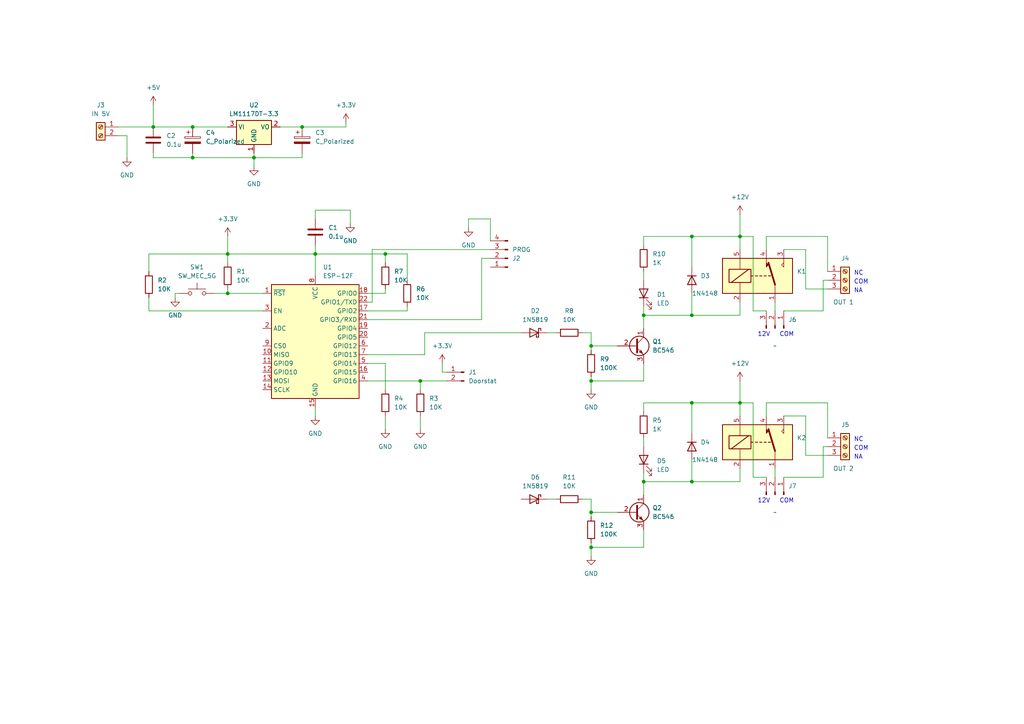
<source format=kicad_sch>
(kicad_sch (version 20230121) (generator eeschema)
  (paper "A4")
  (lib_symbols
    (symbol "Connector:Conn_01x02_Pin" (pin_names (offset 1.016) hide)
      (property "Reference" "J" (at 0 2.54 0))
      (property "Value" "Conn_01x02_Pin" (at 0 -5.08 0))
      (symbol "Conn_01x02_Pin_1_1"
        (polyline (pts (xy 1.27 -2.54) (xy 0.8636 -2.54)) (stroke (width 0.1524)))
        (polyline (pts (xy 1.27 0) (xy 0.8636 0)) (stroke (width 0.1524)))
        (rectangle (start 0.8636 -2.413) (end 0 -2.667) (stroke (width 0.1524)) (fill (type outline)))
        (rectangle (start 0.8636 0.127) (end 0 -0.127) (stroke (width 0.1524)) (fill (type outline)))
        (pin passive line (at 5.08 0 180) (length 3.81) (name "Pin_1") (number "1"))
        (pin passive line (at 5.08 -2.54 180) (length 3.81) (name "Pin_2") (number "2"))
      )
    )
    (symbol "Connector:Conn_01x03_Pin" (pin_names (offset 1.016) hide)
      (property "Reference" "J" (at 0 5.08 0))
      (property "Value" "Conn_01x03_Pin" (at 0 -5.08 0))
      (symbol "Conn_01x03_Pin_1_1"
        (polyline (pts (xy 1.27 -2.54) (xy 0.8636 -2.54)) (stroke (width 0.1524)))
        (polyline (pts (xy 1.27 0) (xy 0.8636 0)) (stroke (width 0.1524)))
        (polyline (pts (xy 1.27 2.54) (xy 0.8636 2.54)) (stroke (width 0.1524)))
        (rectangle (start 0.8636 -2.413) (end 0 -2.667) (stroke (width 0.1524)) (fill (type outline)))
        (rectangle (start 0.8636 0.127) (end 0 -0.127) (stroke (width 0.1524)) (fill (type outline)))
        (rectangle (start 0.8636 2.667) (end 0 2.413) (stroke (width 0.1524)) (fill (type outline)))
        (pin passive line (at 5.08 2.54 180) (length 3.81) (name "Pin_1") (number "1"))
        (pin passive line (at 5.08 0 180) (length 3.81) (name "Pin_2") (number "2"))
        (pin passive line (at 5.08 -2.54 180) (length 3.81) (name "Pin_3") (number "3"))
      )
    )
    (symbol "Connector:Conn_01x04_Pin" (pin_names (offset 1.016) hide)
      (property "Reference" "J" (at 0 5.08 0))
      (property "Value" "Conn_01x04_Pin" (at 0 -7.62 0))
      (symbol "Conn_01x04_Pin_1_1"
        (polyline (pts (xy 1.27 -5.08) (xy 0.8636 -5.08)) (stroke (width 0.1524)))
        (polyline (pts (xy 1.27 -2.54) (xy 0.8636 -2.54)) (stroke (width 0.1524)))
        (polyline (pts (xy 1.27 0) (xy 0.8636 0)) (stroke (width 0.1524)))
        (polyline (pts (xy 1.27 2.54) (xy 0.8636 2.54)) (stroke (width 0.1524)))
        (rectangle (start 0.8636 -4.953) (end 0 -5.207) (stroke (width 0.1524)) (fill (type outline)))
        (rectangle (start 0.8636 -2.413) (end 0 -2.667) (stroke (width 0.1524)) (fill (type outline)))
        (rectangle (start 0.8636 0.127) (end 0 -0.127) (stroke (width 0.1524)) (fill (type outline)))
        (rectangle (start 0.8636 2.667) (end 0 2.413) (stroke (width 0.1524)) (fill (type outline)))
        (pin passive line (at 5.08 2.54 180) (length 3.81) (name "Pin_1") (number "1"))
        (pin passive line (at 5.08 0 180) (length 3.81) (name "Pin_2") (number "2"))
        (pin passive line (at 5.08 -2.54 180) (length 3.81) (name "Pin_3") (number "3"))
        (pin passive line (at 5.08 -5.08 180) (length 3.81) (name "Pin_4") (number "4"))
      )
    )
    (symbol "Connector:Screw_Terminal_01x02" (pin_names (offset 1.016) hide)
      (property "Reference" "J" (at 0 2.54 0))
      (property "Value" "Screw_Terminal_01x02" (at 0 -5.08 0))
      (symbol "Screw_Terminal_01x02_1_1"
        (rectangle (start -1.27 1.27) (end 1.27 -3.81) (stroke (width 0.254)) (fill (type background)))
        (circle (center 0 -2.54) (radius 0.635) (stroke (width 0.1524)))
        (polyline (pts (xy -0.5334 -2.2098) (xy 0.3302 -3.048)) (stroke (width 0.1524)))
        (polyline (pts (xy -0.5334 0.3302) (xy 0.3302 -0.508)) (stroke (width 0.1524)))
        (polyline (pts (xy -0.3556 -2.032) (xy 0.508 -2.8702)) (stroke (width 0.1524)))
        (polyline (pts (xy -0.3556 0.508) (xy 0.508 -0.3302)) (stroke (width 0.1524)))
        (circle (center 0 0) (radius 0.635) (stroke (width 0.1524)))
        (pin passive line (at -5.08 0 0) (length 3.81) (name "Pin_1") (number "1"))
        (pin passive line (at -5.08 -2.54 0) (length 3.81) (name "Pin_2") (number "2"))
      )
    )
    (symbol "Connector:Screw_Terminal_01x03" (pin_names (offset 1.016) hide)
      (property "Reference" "J" (at 0 5.08 0))
      (property "Value" "Screw_Terminal_01x03" (at 0 -5.08 0))
      (symbol "Screw_Terminal_01x03_1_1"
        (rectangle (start -1.27 3.81) (end 1.27 -3.81) (stroke (width 0.254)) (fill (type background)))
        (circle (center 0 -2.54) (radius 0.635) (stroke (width 0.1524)))
        (polyline (pts (xy -0.5334 -2.2098) (xy 0.3302 -3.048)) (stroke (width 0.1524)))
        (polyline (pts (xy -0.5334 0.3302) (xy 0.3302 -0.508)) (stroke (width 0.1524)))
        (polyline (pts (xy -0.5334 2.8702) (xy 0.3302 2.032)) (stroke (width 0.1524)))
        (polyline (pts (xy -0.3556 -2.032) (xy 0.508 -2.8702)) (stroke (width 0.1524)))
        (polyline (pts (xy -0.3556 0.508) (xy 0.508 -0.3302)) (stroke (width 0.1524)))
        (polyline (pts (xy -0.3556 3.048) (xy 0.508 2.2098)) (stroke (width 0.1524)))
        (circle (center 0 0) (radius 0.635) (stroke (width 0.1524)))
        (circle (center 0 2.54) (radius 0.635) (stroke (width 0.1524)))
        (pin passive line (at -5.08 2.54 0) (length 3.81) (name "Pin_1") (number "1"))
        (pin passive line (at -5.08 0 0) (length 3.81) (name "Pin_2") (number "2"))
        (pin passive line (at -5.08 -2.54 0) (length 3.81) (name "Pin_3") (number "3"))
      )
    )
    (symbol "Device:C" (pin_numbers hide) (pin_names (offset 0.254))
      (property "Reference" "C" (at 0.635 2.54 0))
      (property "Value" "C" (at 0.635 -2.54 0))
      (symbol "C_0_1"
        (polyline (pts (xy -2.032 -0.762) (xy 2.032 -0.762)) (stroke (width 0.508)))
        (polyline (pts (xy -2.032 0.762) (xy 2.032 0.762)) (stroke (width 0.508)))
      )
      (symbol "C_1_1"
        (pin passive line (at 0 3.81 270) (length 2.794) (name "~") (number "1"))
        (pin passive line (at 0 -3.81 90) (length 2.794) (name "~") (number "2"))
      )
    )
    (symbol "Device:C_Polarized" (pin_numbers hide) (pin_names (offset 0.254))
      (property "Reference" "C" (at 0.635 2.54 0))
      (property "Value" "C_Polarized" (at 0.635 -2.54 0))
      (symbol "C_Polarized_0_1"
        (rectangle (start -2.286 0.508) (end 2.286 1.016))
        (polyline (pts (xy -1.778 2.286) (xy -0.762 2.286)))
        (polyline (pts (xy -1.27 2.794) (xy -1.27 1.778)))
        (rectangle (start 2.286 -0.508) (end -2.286 -1.016) (fill (type outline)))
      )
      (symbol "C_Polarized_1_1"
        (pin passive line (at 0 3.81 270) (length 2.794) (name "~") (number "1"))
        (pin passive line (at 0 -3.81 90) (length 2.794) (name "~") (number "2"))
      )
    )
    (symbol "Device:LED" (pin_numbers hide) (pin_names (offset 1.016) hide)
      (property "Reference" "D" (at 0 2.54 0))
      (property "Value" "LED" (at 0 -2.54 0))
      (symbol "LED_0_1"
        (polyline (pts (xy -1.27 -1.27) (xy -1.27 1.27)) (stroke (width 0.254)))
        (polyline (pts (xy -1.27 0) (xy 1.27 0)))
        (polyline (pts (xy 1.27 -1.27) (xy 1.27 1.27) (xy -1.27 0) (xy 1.27 -1.27)) (stroke (width 0.254)))
        (polyline (pts (xy -3.048 -0.762) (xy -4.572 -2.286) (xy -3.81 -2.286) (xy -4.572 -2.286) (xy -4.572 -1.524)))
        (polyline (pts (xy -1.778 -0.762) (xy -3.302 -2.286) (xy -2.54 -2.286) (xy -3.302 -2.286) (xy -3.302 -1.524)))
      )
      (symbol "LED_1_1"
        (pin passive line (at -3.81 0 0) (length 2.54) (name "K") (number "1"))
        (pin passive line (at 3.81 0 180) (length 2.54) (name "A") (number "2"))
      )
    )
    (symbol "Device:R" (pin_numbers hide) (pin_names (offset 0))
      (property "Reference" "R" (at 2.032 0 90))
      (property "Value" "R" (at 0 0 90))
      (symbol "R_0_1"
        (rectangle (start -1.016 -2.54) (end 1.016 2.54) (stroke (width 0.254)))
      )
      (symbol "R_1_1"
        (pin passive line (at 0 3.81 270) (length 1.27) (name "~") (number "1"))
        (pin passive line (at 0 -3.81 90) (length 1.27) (name "~") (number "2"))
      )
    )
    (symbol "Diode:1N4148" (pin_numbers hide) (pin_names hide)
      (property "Reference" "D" (at 0 2.54 0))
      (property "Value" "1N4148" (at 0 -2.54 0))
      (symbol "1N4148_0_1"
        (polyline (pts (xy -1.27 1.27) (xy -1.27 -1.27)) (stroke (width 0.254)))
        (polyline (pts (xy 1.27 0) (xy -1.27 0)))
        (polyline (pts (xy 1.27 1.27) (xy 1.27 -1.27) (xy -1.27 0) (xy 1.27 1.27)) (stroke (width 0.254)))
      )
      (symbol "1N4148_1_1"
        (pin passive line (at -3.81 0 0) (length 2.54) (name "K") (number "1"))
        (pin passive line (at 3.81 0 180) (length 2.54) (name "A") (number "2"))
      )
    )
    (symbol "Diode:1N5819" (pin_numbers hide) (pin_names (offset 1.016) hide)
      (property "Reference" "D" (at 0 2.54 0))
      (property "Value" "1N5819" (at 0 -2.54 0))
      (symbol "1N5819_0_1"
        (polyline (pts (xy 1.27 0) (xy -1.27 0)))
        (polyline (pts (xy 1.27 1.27) (xy 1.27 -1.27) (xy -1.27 0) (xy 1.27 1.27)) (stroke (width 0.254)))
        (polyline (pts (xy -1.905 0.635) (xy -1.905 1.27) (xy -1.27 1.27) (xy -1.27 -1.27) (xy -0.635 -1.27) (xy -0.635 -0.635)) (stroke (width 0.254)))
      )
      (symbol "1N5819_1_1"
        (pin passive line (at -3.81 0 0) (length 2.54) (name "K") (number "1"))
        (pin passive line (at 3.81 0 180) (length 2.54) (name "A") (number "2"))
      )
    )
    (symbol "RF_Module:ESP-12F"
      (property "Reference" "U" (at -12.7 19.05 0))
      (property "Value" "ESP-12F" (at 12.7 19.05 0))
      (symbol "ESP-12F_0_1"
        (rectangle (start -12.7 17.78) (end 12.7 -15.24) (stroke (width 0.254)) (fill (type background)))
      )
      (symbol "ESP-12F_1_1"
        (pin input line (at -15.24 15.24 0) (length 2.54) (name "~{RST}") (number "1"))
        (pin bidirectional line (at -15.24 -2.54 0) (length 2.54) (name "MISO") (number "10"))
        (pin bidirectional line (at -15.24 -5.08 0) (length 2.54) (name "GPIO9") (number "11"))
        (pin bidirectional line (at -15.24 -7.62 0) (length 2.54) (name "GPIO10") (number "12"))
        (pin bidirectional line (at -15.24 -10.16 0) (length 2.54) (name "MOSI") (number "13"))
        (pin bidirectional line (at -15.24 -12.7 0) (length 2.54) (name "SCLK") (number "14"))
        (pin power_in line (at 0 -17.78 90) (length 2.54) (name "GND") (number "15"))
        (pin bidirectional line (at 15.24 -7.62 180) (length 2.54) (name "GPIO15") (number "16"))
        (pin bidirectional line (at 15.24 10.16 180) (length 2.54) (name "GPIO2") (number "17"))
        (pin bidirectional line (at 15.24 15.24 180) (length 2.54) (name "GPIO0") (number "18"))
        (pin bidirectional line (at 15.24 5.08 180) (length 2.54) (name "GPIO4") (number "19"))
        (pin input line (at -15.24 5.08 0) (length 2.54) (name "ADC") (number "2"))
        (pin bidirectional line (at 15.24 2.54 180) (length 2.54) (name "GPIO5") (number "20"))
        (pin bidirectional line (at 15.24 7.62 180) (length 2.54) (name "GPIO3/RXD") (number "21"))
        (pin bidirectional line (at 15.24 12.7 180) (length 2.54) (name "GPIO1/TXD") (number "22"))
        (pin input line (at -15.24 10.16 0) (length 2.54) (name "EN") (number "3"))
        (pin bidirectional line (at 15.24 -10.16 180) (length 2.54) (name "GPIO16") (number "4"))
        (pin bidirectional line (at 15.24 -5.08 180) (length 2.54) (name "GPIO14") (number "5"))
        (pin bidirectional line (at 15.24 0 180) (length 2.54) (name "GPIO12") (number "6"))
        (pin bidirectional line (at 15.24 -2.54 180) (length 2.54) (name "GPIO13") (number "7"))
        (pin power_in line (at 0 20.32 270) (length 2.54) (name "VCC") (number "8"))
        (pin input line (at -15.24 0 0) (length 2.54) (name "CS0") (number "9"))
      )
    )
    (symbol "Regulator_Linear:LM1117DT-3.3"
      (property "Reference" "U" (at -3.81 3.175 0))
      (property "Value" "LM1117DT-3.3" (at 0 3.175 0))
      (symbol "LM1117DT-3.3_0_1"
        (rectangle (start -5.08 -5.08) (end 5.08 1.905) (stroke (width 0.254)) (fill (type background)))
      )
      (symbol "LM1117DT-3.3_1_1"
        (pin power_in line (at 0 -7.62 90) (length 2.54) (name "GND") (number "1"))
        (pin power_out line (at 7.62 0 180) (length 2.54) (name "VO") (number "2"))
        (pin power_in line (at -7.62 0 0) (length 2.54) (name "VI") (number "3"))
      )
    )
    (symbol "Relay:SANYOU_SRD_Form_C"
      (property "Reference" "K" (at 11.43 3.81 0))
      (property "Value" "SANYOU_SRD_Form_C" (at 11.43 1.27 0))
      (symbol "SANYOU_SRD_Form_C_0_0"
        (polyline (pts (xy 7.62 5.08) (xy 7.62 2.54) (xy 6.985 3.175) (xy 7.62 3.81)))
      )
      (symbol "SANYOU_SRD_Form_C_0_1"
        (rectangle (start -10.16 5.08) (end 10.16 -5.08) (stroke (width 0.254)) (fill (type background)))
        (rectangle (start -8.255 1.905) (end -1.905 -1.905) (stroke (width 0.254)))
        (polyline (pts (xy -7.62 -1.905) (xy -2.54 1.905)) (stroke (width 0.254)))
        (polyline (pts (xy -5.08 -5.08) (xy -5.08 -1.905)))
        (polyline (pts (xy -5.08 5.08) (xy -5.08 1.905)))
        (polyline (pts (xy -1.905 0) (xy -1.27 0)) (stroke (width 0.254)))
        (polyline (pts (xy -0.635 0) (xy 0 0)) (stroke (width 0.254)))
        (polyline (pts (xy 0.635 0) (xy 1.27 0)) (stroke (width 0.254)))
        (polyline (pts (xy 1.905 0) (xy 2.54 0)) (stroke (width 0.254)))
        (polyline (pts (xy 3.175 0) (xy 3.81 0)) (stroke (width 0.254)))
        (polyline (pts (xy 5.08 -2.54) (xy 3.175 3.81)) (stroke (width 0.508)))
        (polyline (pts (xy 5.08 -2.54) (xy 5.08 -5.08)))
      )
      (symbol "SANYOU_SRD_Form_C_1_1"
        (polyline (pts (xy 2.54 3.81) (xy 3.175 3.175) (xy 2.54 2.54) (xy 2.54 5.08)) (fill (type outline)))
        (pin passive line (at 5.08 -7.62 90) (length 2.54) (name "~") (number "1"))
        (pin passive line (at -5.08 -7.62 90) (length 2.54) (name "~") (number "2"))
        (pin passive line (at 7.62 7.62 270) (length 2.54) (name "~") (number "3"))
        (pin passive line (at 2.54 7.62 270) (length 2.54) (name "~") (number "4"))
        (pin passive line (at -5.08 7.62 270) (length 2.54) (name "~") (number "5"))
      )
    )
    (symbol "Switch:SW_MEC_5G" (pin_numbers hide) (pin_names (offset 1.016) hide)
      (property "Reference" "SW" (at 1.27 2.54 0))
      (property "Value" "SW_MEC_5G" (at 0 -1.524 0))
      (symbol "SW_MEC_5G_0_1"
        (circle (center -2.032 0) (radius 0.508))
        (polyline (pts (xy 0 1.27) (xy 0 3.048)))
        (polyline (pts (xy 2.54 1.27) (xy -2.54 1.27)))
        (circle (center 2.032 0) (radius 0.508))
        (pin passive line (at -5.08 0 0) (length 2.54) (name "A") (number "1"))
        (pin passive line (at 5.08 0 180) (length 2.54) (name "B") (number "3"))
      )
      (symbol "SW_MEC_5G_1_1"
        (pin passive line (at -5.08 0 0) (length 2.54) hide (name "A") (number "2"))
        (pin passive line (at 5.08 0 180) (length 2.54) hide (name "B") (number "4"))
      )
    )
    (symbol "Transistor_BJT:BC546" (pin_names (offset 0) hide)
      (property "Reference" "Q" (at 5.08 1.905 0))
      (property "Value" "BC546" (at 5.08 0 0))
      (symbol "BC546_0_1"
        (polyline (pts (xy 0 0) (xy 0.635 0)))
        (polyline (pts (xy 0.635 0.635) (xy 2.54 2.54)))
        (polyline (pts (xy 0.635 -0.635) (xy 2.54 -2.54) (xy 2.54 -2.54)))
        (polyline (pts (xy 0.635 1.905) (xy 0.635 -1.905) (xy 0.635 -1.905)) (stroke (width 0.508)))
        (polyline (pts (xy 1.27 -1.778) (xy 1.778 -1.27) (xy 2.286 -2.286) (xy 1.27 -1.778) (xy 1.27 -1.778)) (fill (type outline)))
        (circle (center 1.27 0) (radius 2.8194) (stroke (width 0.254)))
      )
      (symbol "BC546_1_1"
        (pin passive line (at 2.54 5.08 270) (length 2.54) (name "C") (number "1"))
        (pin input line (at -5.08 0 0) (length 5.08) (name "B") (number "2"))
        (pin passive line (at 2.54 -5.08 90) (length 2.54) (name "E") (number "3"))
      )
    )
    (symbol "power:+12V" (power) (pin_names (offset 0))
      (property "Value" "+12V" (at 0 3.556 0))
      (symbol "+12V_0_1"
        (polyline (pts (xy -0.762 1.27) (xy 0 2.54)))
        (polyline (pts (xy 0 0) (xy 0 2.54)))
        (polyline (pts (xy 0 2.54) (xy 0.762 1.27)))
      )
      (symbol "+12V_1_1"
        (pin power_in line (at 0 0 90) (length 0) hide (name "+12V") (number "1"))
      )
    )
    (symbol "power:+3.3V" (power) (pin_names (offset 0))
      (property "Value" "+3.3V" (at 0 3.556 0))
      (symbol "+3.3V_0_1"
        (polyline (pts (xy -0.762 1.27) (xy 0 2.54)))
        (polyline (pts (xy 0 0) (xy 0 2.54)))
        (polyline (pts (xy 0 2.54) (xy 0.762 1.27)))
      )
      (symbol "+3.3V_1_1"
        (pin power_in line (at 0 0 90) (length 0) hide (name "+3.3V") (number "1"))
      )
    )
    (symbol "power:+5V" (power) (pin_names (offset 0))
      (property "Value" "+5V" (at 0 3.556 0))
      (symbol "+5V_0_1"
        (polyline (pts (xy -0.762 1.27) (xy 0 2.54)))
        (polyline (pts (xy 0 0) (xy 0 2.54)))
        (polyline (pts (xy 0 2.54) (xy 0.762 1.27)))
      )
      (symbol "+5V_1_1"
        (pin power_in line (at 0 0 90) (length 0) hide (name "+5V") (number "1"))
      )
    )
    (symbol "power:GND" (power) (pin_names (offset 0))
      (property "Value" "GND" (at 0 -3.81 0))
      (symbol "GND_0_1"
        (polyline (pts (xy 0 0) (xy 0 -1.27) (xy 1.27 -1.27) (xy 0 -2.54) (xy -1.27 -1.27) (xy 0 -1.27)))
      )
      (symbol "GND_1_1"
        (pin power_in line (at 0 0 270) (length 0) hide (name "GND") (number "1"))
      )
    )
  )
  (junction (at 111.76 73.66))
  (junction (at 55.88 45.72))
  (junction (at 186.69 139.7))
  (junction (at 200.66 68.58))
  (junction (at 186.69 91.44))
  (junction (at 121.92 110.49))
  (junction (at 171.45 148.59))
  (junction (at 66.04 85.09))
  (junction (at 55.88 36.83))
  (junction (at 200.66 91.44))
  (junction (at 66.04 73.66))
  (junction (at 171.45 110.49))
  (junction (at 73.66 45.72))
  (junction (at 200.66 139.7))
  (junction (at 214.63 116.84))
  (junction (at 87.63 36.83))
  (junction (at 44.45 36.83))
  (junction (at 171.45 158.75))
  (junction (at 171.45 100.33))
  (junction (at 91.44 73.66))
  (junction (at 214.63 68.58))
  (junction (at 200.66 116.84))
  (wire (pts (xy 168.91 144.78) (xy 171.45 144.78)))
  (wire (pts (xy 227.33 120.65) (xy 233.68 120.65)))
  (wire (pts (xy 100.33 35.56) (xy 100.33 36.83)))
  (wire (pts (xy 106.68 110.49) (xy 121.92 110.49)))
  (wire (pts (xy 222.25 116.84) (xy 240.03 116.84)))
  (wire (pts (xy 171.45 101.6) (xy 171.45 100.33)))
  (wire (pts (xy 142.24 63.5) (xy 142.24 69.85)))
  (wire (pts (xy 135.89 63.5) (xy 142.24 63.5)))
  (wire (pts (xy 139.7 74.93) (xy 139.7 92.71)))
  (wire (pts (xy 238.76 129.54) (xy 240.03 129.54)))
  (wire (pts (xy 214.63 116.84) (xy 214.63 120.65)))
  (wire (pts (xy 66.04 73.66) (xy 66.04 76.2)))
  (wire (pts (xy 186.69 127) (xy 186.69 129.54)))
  (wire (pts (xy 214.63 135.89) (xy 214.63 139.7)))
  (wire (pts (xy 66.04 68.58) (xy 66.04 73.66)))
  (wire (pts (xy 106.68 92.71) (xy 139.7 92.71)))
  (wire (pts (xy 171.45 148.59) (xy 179.07 148.59)))
  (wire (pts (xy 50.8 86.36) (xy 50.8 85.09)))
  (wire (pts (xy 44.45 36.83) (xy 55.88 36.83)))
  (wire (pts (xy 200.66 85.09) (xy 200.66 91.44)))
  (wire (pts (xy 200.66 68.58) (xy 214.63 68.58)))
  (wire (pts (xy 218.44 68.58) (xy 214.63 68.58)))
  (wire (pts (xy 171.45 157.48) (xy 171.45 158.75)))
  (wire (pts (xy 222.25 72.39) (xy 222.25 68.58)))
  (wire (pts (xy 218.44 138.43) (xy 218.44 116.84)))
  (wire (pts (xy 186.69 119.38) (xy 186.69 116.84)))
  (wire (pts (xy 87.63 44.45) (xy 87.63 45.72)))
  (wire (pts (xy 55.88 36.83) (xy 66.04 36.83)))
  (wire (pts (xy 100.33 36.83) (xy 87.63 36.83)))
  (wire (pts (xy 118.11 90.17) (xy 106.68 90.17)))
  (wire (pts (xy 222.25 68.58) (xy 240.03 68.58)))
  (wire (pts (xy 121.92 110.49) (xy 121.92 113.03)))
  (wire (pts (xy 214.63 110.49) (xy 214.63 116.84)))
  (wire (pts (xy 186.69 68.58) (xy 200.66 68.58)))
  (wire (pts (xy 91.44 73.66) (xy 111.76 73.66)))
  (wire (pts (xy 224.79 135.89) (xy 224.79 138.43)))
  (wire (pts (xy 36.83 39.37) (xy 36.83 45.72)))
  (wire (pts (xy 186.69 153.67) (xy 186.69 158.75)))
  (wire (pts (xy 224.79 87.63) (xy 224.79 90.17)))
  (wire (pts (xy 233.68 120.65) (xy 233.68 132.08)))
  (wire (pts (xy 238.76 81.28) (xy 240.03 81.28)))
  (wire (pts (xy 139.7 74.93) (xy 142.24 74.93)))
  (wire (pts (xy 111.76 73.66) (xy 111.76 76.2)))
  (wire (pts (xy 233.68 132.08) (xy 240.03 132.08)))
  (wire (pts (xy 171.45 100.33) (xy 179.07 100.33)))
  (wire (pts (xy 227.33 90.17) (xy 238.76 90.17)))
  (wire (pts (xy 227.33 138.43) (xy 238.76 138.43)))
  (wire (pts (xy 66.04 85.09) (xy 76.2 85.09)))
  (wire (pts (xy 200.66 77.47) (xy 200.66 68.58)))
  (wire (pts (xy 44.45 45.72) (xy 55.88 45.72)))
  (wire (pts (xy 73.66 45.72) (xy 73.66 48.26)))
  (wire (pts (xy 238.76 129.54) (xy 238.76 138.43)))
  (wire (pts (xy 222.25 138.43) (xy 218.44 138.43)))
  (wire (pts (xy 128.27 105.41) (xy 128.27 107.95)))
  (wire (pts (xy 87.63 45.72) (xy 73.66 45.72)))
  (wire (pts (xy 43.18 78.74) (xy 43.18 73.66)))
  (wire (pts (xy 186.69 116.84) (xy 200.66 116.84)))
  (wire (pts (xy 222.25 120.65) (xy 222.25 116.84)))
  (wire (pts (xy 158.75 144.78) (xy 161.29 144.78)))
  (wire (pts (xy 107.95 72.39) (xy 142.24 72.39)))
  (wire (pts (xy 171.45 110.49) (xy 171.45 113.03)))
  (wire (pts (xy 200.66 91.44) (xy 214.63 91.44)))
  (wire (pts (xy 186.69 88.9) (xy 186.69 91.44)))
  (wire (pts (xy 111.76 105.41) (xy 111.76 113.03)))
  (wire (pts (xy 222.25 90.17) (xy 218.44 90.17)))
  (wire (pts (xy 218.44 90.17) (xy 218.44 68.58)))
  (wire (pts (xy 186.69 78.74) (xy 186.69 81.28)))
  (wire (pts (xy 101.6 60.96) (xy 101.6 64.77)))
  (wire (pts (xy 91.44 60.96) (xy 101.6 60.96)))
  (wire (pts (xy 118.11 81.28) (xy 118.11 73.66)))
  (wire (pts (xy 121.92 120.65) (xy 121.92 124.46)))
  (wire (pts (xy 200.66 139.7) (xy 214.63 139.7)))
  (wire (pts (xy 214.63 87.63) (xy 214.63 91.44)))
  (wire (pts (xy 128.27 107.95) (xy 129.54 107.95)))
  (wire (pts (xy 186.69 105.41) (xy 186.69 110.49)))
  (wire (pts (xy 111.76 83.82) (xy 111.76 85.09)))
  (wire (pts (xy 186.69 95.25) (xy 186.69 91.44)))
  (wire (pts (xy 91.44 80.01) (xy 91.44 73.66)))
  (wire (pts (xy 50.8 85.09) (xy 52.07 85.09)))
  (wire (pts (xy 73.66 44.45) (xy 73.66 45.72)))
  (wire (pts (xy 106.68 102.87) (xy 123.19 102.87)))
  (wire (pts (xy 106.68 105.41) (xy 111.76 105.41)))
  (wire (pts (xy 186.69 139.7) (xy 200.66 139.7)))
  (wire (pts (xy 106.68 85.09) (xy 111.76 85.09)))
  (wire (pts (xy 214.63 68.58) (xy 214.63 72.39)))
  (wire (pts (xy 186.69 158.75) (xy 171.45 158.75)))
  (wire (pts (xy 62.23 85.09) (xy 66.04 85.09)))
  (wire (pts (xy 123.19 102.87) (xy 123.19 96.52)))
  (wire (pts (xy 91.44 63.5) (xy 91.44 60.96)))
  (wire (pts (xy 186.69 71.12) (xy 186.69 68.58)))
  (wire (pts (xy 118.11 88.9) (xy 118.11 90.17)))
  (wire (pts (xy 200.66 116.84) (xy 214.63 116.84)))
  (wire (pts (xy 44.45 30.48) (xy 44.45 36.83)))
  (wire (pts (xy 34.29 39.37) (xy 36.83 39.37)))
  (wire (pts (xy 44.45 44.45) (xy 44.45 45.72)))
  (wire (pts (xy 158.75 96.52) (xy 161.29 96.52)))
  (wire (pts (xy 123.19 96.52) (xy 151.13 96.52)))
  (wire (pts (xy 240.03 68.58) (xy 240.03 78.74)))
  (wire (pts (xy 171.45 158.75) (xy 171.45 161.29)))
  (wire (pts (xy 81.28 36.83) (xy 87.63 36.83)))
  (wire (pts (xy 34.29 36.83) (xy 44.45 36.83)))
  (wire (pts (xy 107.95 72.39) (xy 107.95 87.63)))
  (wire (pts (xy 121.92 110.49) (xy 129.54 110.49)))
  (wire (pts (xy 171.45 149.86) (xy 171.45 148.59)))
  (wire (pts (xy 106.68 87.63) (xy 107.95 87.63)))
  (wire (pts (xy 200.66 125.73) (xy 200.66 116.84)))
  (wire (pts (xy 111.76 120.65) (xy 111.76 124.46)))
  (wire (pts (xy 186.69 110.49) (xy 171.45 110.49)))
  (wire (pts (xy 233.68 72.39) (xy 233.68 83.82)))
  (wire (pts (xy 111.76 73.66) (xy 118.11 73.66)))
  (wire (pts (xy 218.44 116.84) (xy 214.63 116.84)))
  (wire (pts (xy 43.18 73.66) (xy 66.04 73.66)))
  (wire (pts (xy 66.04 85.09) (xy 66.04 83.82)))
  (wire (pts (xy 43.18 86.36) (xy 43.18 90.17)))
  (wire (pts (xy 186.69 143.51) (xy 186.69 139.7)))
  (wire (pts (xy 171.45 109.22) (xy 171.45 110.49)))
  (wire (pts (xy 200.66 133.35) (xy 200.66 139.7)))
  (wire (pts (xy 240.03 116.84) (xy 240.03 127)))
  (wire (pts (xy 168.91 96.52) (xy 171.45 96.52)))
  (wire (pts (xy 171.45 96.52) (xy 171.45 100.33)))
  (wire (pts (xy 66.04 73.66) (xy 91.44 73.66)))
  (wire (pts (xy 233.68 83.82) (xy 240.03 83.82)))
  (wire (pts (xy 186.69 91.44) (xy 200.66 91.44)))
  (wire (pts (xy 227.33 72.39) (xy 233.68 72.39)))
  (wire (pts (xy 135.89 66.04) (xy 135.89 63.5)))
  (wire (pts (xy 171.45 144.78) (xy 171.45 148.59)))
  (wire (pts (xy 91.44 118.11) (xy 91.44 120.65)))
  (wire (pts (xy 238.76 81.28) (xy 238.76 90.17)))
  (wire (pts (xy 55.88 44.45) (xy 55.88 45.72)))
  (wire (pts (xy 91.44 71.12) (xy 91.44 73.66)))
  (wire (pts (xy 214.63 62.23) (xy 214.63 68.58)))
  (wire (pts (xy 55.88 45.72) (xy 73.66 45.72)))
  (wire (pts (xy 186.69 137.16) (xy 186.69 139.7)))
  (wire (pts (xy 43.18 90.17) (xy 76.2 90.17)))
  (text "COM" (at 247.65 82.55 0) (effects (font (size 1.27 1.27)) (justify left bottom)))
  (text "12V" (at 219.71 146.05 0) (effects (font (size 1.27 1.27)) (justify left bottom)))
  (text "NA" (at 247.65 85.09 0) (effects (font (size 1.27 1.27)) (justify left bottom)))
  (text "COM" (at 226.06 97.79 0) (effects (font (size 1.27 1.27)) (justify left bottom)))
  (text "COM" (at 247.65 130.81 0) (effects (font (size 1.27 1.27)) (justify left bottom)))
  (text "NC" (at 247.65 128.27 0) (effects (font (size 1.27 1.27)) (justify left bottom)))
  (text "12V" (at 219.71 97.79 0) (effects (font (size 1.27 1.27)) (justify left bottom)))
  (text "NC" (at 247.65 80.01 0) (effects (font (size 1.27 1.27)) (justify left bottom)))
  (text "COM" (at 226.06 146.05 0) (effects (font (size 1.27 1.27)) (justify left bottom)))
  (text "NA" (at 247.65 133.35 0) (effects (font (size 1.27 1.27)) (justify left bottom)))
  (symbol (lib_id "Device:C_Polarized") (at 55.88 40.64 0) (unit 1)
    (property "Reference" "C4" (at 59.69 38.481 0) (effects (justify left)))
    (property "Value" "C_Polarized" (at 59.69 41.021 0) (effects (justify left)))
    (property "Footprint" "Capacitor_THT:CP_Radial_D5.0mm_P2.50mm" (effects hide))
  )
  (symbol (lib_id "Device:LED") (at 186.69 133.35 90) (unit 1)
    (property "Reference" "D5" (at 190.5 133.6675 90) (effects (justify right)))
    (property "Value" "LED" (at 190.5 136.2075 90) (effects (justify right)))
    (property "Footprint" "LED_THT:LED_D3.0mm" (effects hide))
  )
  (symbol (lib_id "Device:R") (at 121.92 116.84 0) (unit 1)
    (property "Reference" "R3" (at 124.46 115.57 0) (effects (justify left)))
    (property "Value" "10K" (at 124.46 118.11 0) (effects (justify left)))
    (property "Footprint" "Resistor_SMD:R_0805_2012Metric" (effects hide))
  )
  (symbol (lib_id "Device:C") (at 44.45 40.64 0) (unit 1)
    (property "Reference" "C2" (at 48.26 39.37 0) (effects (justify left)))
    (property "Value" "0.1u" (at 48.26 41.91 0) (effects (justify left)))
    (property "Footprint" "Capacitor_THT:C_Disc_D3.0mm_W2.0mm_P2.50mm" (effects hide))
  )
  (symbol (lib_id "power:GND") (at 50.8 86.36 0) (unit 1)
    (property "Reference" "#PWR08" (effects hide))
    (property "Value" "GND" (at 50.8 91.44 0))
  )
  (symbol (lib_id "Connector:Screw_Terminal_01x02") (at 29.21 36.83 0) (mirror y) (unit 1)
    (property "Reference" "J3" (at 29.21 30.48 0))
    (property "Value" "IN 5V" (at 29.21 33.02 0))
  )
  (symbol (lib_id "Device:C") (at 91.44 67.31 0) (unit 1)
    (property "Reference" "C1" (at 95.25 66.04 0) (effects (justify left)))
    (property "Value" "0.1u" (at 95.25 68.58 0) (effects (justify left)))
    (property "Footprint" "Capacitor_THT:C_Disc_D3.0mm_W2.0mm_P2.50mm" (effects hide))
  )
  (symbol (lib_id "Device:R") (at 165.1 144.78 90) (unit 1)
    (property "Reference" "R11" (at 165.1 138.43 90))
    (property "Value" "10K" (at 165.1 140.97 90))
    (property "Footprint" "Resistor_SMD:R_0805_2012Metric" (effects hide))
  )
  (symbol (lib_id "power:GND") (at 135.89 66.04 0) (unit 1)
    (property "Reference" "#PWR09" (effects hide))
    (property "Value" "GND" (at 135.89 71.12 0))
  )
  (symbol (lib_id "Connector:Conn_01x03_Pin") (at 224.79 143.51 270) (mirror x) (unit 1)
    (property "Reference" "J7" (at 229.87 140.97 90))
    (property "Value" "~" (at 224.79 148.59 90))
  )
  (symbol (lib_id "power:GND") (at 36.83 45.72 0) (unit 1)
    (property "Reference" "#PWR012" (effects hide))
    (property "Value" "GND" (at 36.83 50.8 0))
  )
  (symbol (lib_id "Connector:Conn_01x03_Pin") (at 224.79 95.25 270) (mirror x) (unit 1)
    (property "Reference" "J6" (at 229.87 92.71 90))
    (property "Value" "~" (at 224.79 100.33 90))
  )
  (symbol (lib_id "Connector:Conn_01x02_Pin") (at 134.62 107.95 0) (mirror y) (unit 1)
    (property "Reference" "J1" (at 135.89 107.95 0) (effects (justify right)))
    (property "Value" "Doorstat" (at 135.89 110.49 0) (effects (justify right)))
    (property "Footprint" "Connector_PinHeader_1.27mm:PinHeader_1x02_P1.27mm_Vertical" (effects hide))
  )
  (symbol (lib_id "Transistor_BJT:BC546") (at 184.15 148.59 0) (unit 1)
    (property "Reference" "Q2" (at 189.23 147.32 0) (effects (justify left)))
    (property "Value" "BC546" (at 189.23 149.86 0) (effects (justify left)))
    (property "Footprint" "Package_TO_SOT_THT:TO-92_Inline" (effects hide))
    (property "Datasheet" "https://www.onsemi.com/pub/Collateral/BC550-D.pdf" (effects hide))
  )
  (symbol (lib_id "power:+3.3V") (at 66.04 68.58 0) (unit 1)
    (property "Reference" "#PWR01" (effects hide))
    (property "Value" "+3.3V" (at 66.04 63.5 0))
  )
  (symbol (lib_id "RF_Module:ESP-12F") (at 91.44 100.33 0) (unit 1)
    (property "Reference" "U1" (at 93.6341 77.47 0) (effects (justify left)))
    (property "Value" "ESP-12F" (at 93.6341 80.01 0) (effects (justify left)))
    (property "Footprint" "RF_Module:ESP-12E" (effects hide))
    (property "Datasheet" "http://wiki.ai-thinker.com/_media/esp8266/esp8266_series_modules_user_manual_v1.1.pdf" (effects hide))
  )
  (symbol (lib_id "power:GND") (at 101.6 64.77 0) (unit 1)
    (property "Reference" "#PWR07" (effects hide))
    (property "Value" "GND" (at 101.6 69.85 0))
  )
  (symbol (lib_id "power:GND") (at 171.45 113.03 0) (unit 1)
    (property "Reference" "#PWR05" (effects hide))
    (property "Value" "GND" (at 171.45 118.11 0))
  )
  (symbol (lib_id "Device:R") (at 186.69 74.93 180) (unit 1)
    (property "Reference" "R10" (at 189.23 73.66 0) (effects (justify right)))
    (property "Value" "1K" (at 189.23 76.2 0) (effects (justify right)))
    (property "Footprint" "Resistor_SMD:R_0805_2012Metric" (effects hide))
  )
  (symbol (lib_id "power:GND") (at 121.92 124.46 0) (unit 1)
    (property "Reference" "#PWR02" (effects hide))
    (property "Value" "GND" (at 121.92 129.54 0))
  )
  (symbol (lib_id "power:GND") (at 111.76 124.46 0) (unit 1)
    (property "Reference" "#PWR04" (effects hide))
    (property "Value" "GND" (at 111.76 129.54 0))
  )
  (symbol (lib_id "power:+12V") (at 214.63 62.23 0) (unit 1)
    (property "Reference" "#PWR014" (effects hide))
    (property "Value" "+12V" (at 214.63 57.15 0))
  )
  (symbol (lib_id "Device:R") (at 186.69 123.19 180) (unit 1)
    (property "Reference" "R5" (at 189.23 121.92 0) (effects (justify right)))
    (property "Value" "1K" (at 189.23 124.46 0) (effects (justify right)))
    (property "Footprint" "Resistor_SMD:R_0805_2012Metric" (effects hide))
  )
  (symbol (lib_id "power:GND") (at 73.66 48.26 0) (unit 1)
    (property "Reference" "#PWR010" (effects hide))
    (property "Value" "GND" (at 73.66 53.34 0))
  )
  (symbol (lib_id "Device:LED") (at 186.69 85.09 90) (unit 1)
    (property "Reference" "D1" (at 190.5 85.4075 90) (effects (justify right)))
    (property "Value" "LED" (at 190.5 87.9475 90) (effects (justify right)))
    (property "Footprint" "LED_THT:LED_D3.0mm" (effects hide))
  )
  (symbol (lib_id "Regulator_Linear:LM1117DT-3.3") (at 73.66 36.83 0) (unit 1)
    (property "Reference" "U2" (at 73.66 30.48 0))
    (property "Value" "LM1117DT-3.3" (at 73.66 33.02 0))
    (property "Footprint" "Package_TO_SOT_SMD:TO-252-3_TabPin2" (effects hide))
    (property "Datasheet" "http://www.ti.com/lit/ds/symlink/lm1117.pdf" (effects hide))
  )
  (symbol (lib_id "Device:R") (at 165.1 96.52 90) (unit 1)
    (property "Reference" "R8" (at 165.1 90.17 90))
    (property "Value" "10K" (at 165.1 92.71 90))
    (property "Footprint" "Resistor_SMD:R_0805_2012Metric" (effects hide))
  )
  (symbol (lib_id "Connector:Screw_Terminal_01x03") (at 245.11 129.54 0) (unit 1)
    (property "Reference" "J5" (at 246.38 123.19 0) (effects (justify right)))
    (property "Value" "OUT 2" (at 247.65 135.89 0) (effects (justify right)))
  )
  (symbol (lib_id "Diode:1N5819") (at 154.94 96.52 0) (mirror y) (unit 1)
    (property "Reference" "D2" (at 155.2575 90.17 0))
    (property "Value" "1N5819" (at 155.2575 92.71 0))
    (property "Footprint" "Diode_THT:D_DO-41_SOD81_P10.16mm_Horizontal" (effects hide))
    (property "Datasheet" "http://www.vishay.com/docs/88525/1n5817.pdf" (effects hide))
  )
  (symbol (lib_id "power:+3.3V") (at 128.27 105.41 0) (unit 1)
    (property "Reference" "#PWR03" (effects hide))
    (property "Value" "+3.3V" (at 128.27 100.33 0))
  )
  (symbol (lib_id "Diode:1N4148") (at 200.66 81.28 270) (unit 1)
    (property "Reference" "D3" (at 203.2 80.01 90) (effects (justify left)))
    (property "Value" "1N4148" (at 200.66 85.09 90) (effects (justify left)))
    (property "Footprint" "Diode_THT:D_DO-35_SOD27_P7.62mm_Horizontal" (effects hide))
    (property "Datasheet" "https://assets.nexperia.com/documents/data-sheet/1N4148_1N4448.pdf" (effects hide))
    (property "Sim.Device" "D" (effects hide))
    (property "Sim.Pins" "1=K 2=A" (effects hide))
  )
  (symbol (lib_id "Transistor_BJT:BC546") (at 184.15 100.33 0) (unit 1)
    (property "Reference" "Q1" (at 189.23 99.06 0) (effects (justify left)))
    (property "Value" "BC546" (at 189.23 101.6 0) (effects (justify left)))
    (property "Footprint" "Package_TO_SOT_THT:TO-92_Inline" (effects hide))
    (property "Datasheet" "https://www.onsemi.com/pub/Collateral/BC550-D.pdf" (effects hide))
  )
  (symbol (lib_id "Device:R") (at 66.04 80.01 0) (unit 1)
    (property "Reference" "R1" (at 68.58 78.74 0) (effects (justify left)))
    (property "Value" "10K" (at 68.58 81.28 0) (effects (justify left)))
    (property "Footprint" "Resistor_SMD:R_0805_2012Metric" (effects hide))
  )
  (symbol (lib_id "Connector:Screw_Terminal_01x03") (at 245.11 81.28 0) (unit 1)
    (property "Reference" "J4" (at 246.38 74.93 0) (effects (justify right)))
    (property "Value" "OUT 1" (at 247.65 87.63 0) (effects (justify right)))
  )
  (symbol (lib_id "Switch:SW_MEC_5G") (at 57.15 85.09 0) (unit 1)
    (property "Reference" "SW1" (at 57.15 77.47 0))
    (property "Value" "SW_MEC_5G" (at 57.15 80.01 0))
    (property "Datasheet" "http://www.apem.com/int/index.php?controller=attachment&id_attachment=488" (effects hide))
  )
  (symbol (lib_id "power:GND") (at 91.44 120.65 0) (unit 1)
    (property "Reference" "#PWR06" (effects hide))
    (property "Value" "GND" (at 91.44 125.73 0))
  )
  (symbol (lib_id "power:+12V") (at 214.63 110.49 0) (unit 1)
    (property "Reference" "#PWR015" (effects hide))
    (property "Value" "+12V" (at 214.63 105.41 0))
  )
  (symbol (lib_id "Device:R") (at 118.11 85.09 0) (unit 1)
    (property "Reference" "R6" (at 120.65 83.82 0) (effects (justify left)))
    (property "Value" "10K" (at 120.65 86.36 0) (effects (justify left)))
    (property "Footprint" "Resistor_SMD:R_0805_2012Metric" (effects hide))
  )
  (symbol (lib_id "Diode:1N5819") (at 154.94 144.78 0) (mirror y) (unit 1)
    (property "Reference" "D6" (at 155.2575 138.43 0))
    (property "Value" "1N5819" (at 155.2575 140.97 0))
    (property "Footprint" "Diode_THT:D_DO-41_SOD81_P10.16mm_Horizontal" (effects hide))
    (property "Datasheet" "http://www.vishay.com/docs/88525/1n5817.pdf" (effects hide))
  )
  (symbol (lib_id "Connector:Conn_01x04_Pin") (at 147.32 74.93 180) (unit 1)
    (property "Reference" "J2" (at 148.59 74.93 0) (effects (justify right)))
    (property "Value" "PROG" (at 148.59 72.39 0) (effects (justify right)))
    (property "Footprint" "Connector_PinHeader_1.27mm:PinHeader_1x04_P1.27mm_Vertical" (effects hide))
  )
  (symbol (lib_id "Device:R") (at 111.76 80.01 0) (unit 1)
    (property "Reference" "R7" (at 114.3 78.74 0) (effects (justify left)))
    (property "Value" "10K" (at 114.3 81.28 0) (effects (justify left)))
    (property "Footprint" "Resistor_SMD:R_0805_2012Metric" (effects hide))
  )
  (symbol (lib_id "power:+5V") (at 44.45 30.48 0) (unit 1)
    (property "Reference" "#PWR013" (effects hide))
    (property "Value" "+5V" (at 44.45 25.4 0))
  )
  (symbol (lib_id "power:+3.3V") (at 100.33 35.56 0) (unit 1)
    (property "Reference" "#PWR011" (effects hide))
    (property "Value" "+3.3V" (at 100.33 30.48 0))
  )
  (symbol (lib_id "Device:R") (at 43.18 82.55 0) (unit 1)
    (property "Reference" "R2" (at 45.72 81.28 0) (effects (justify left)))
    (property "Value" "10K" (at 45.72 83.82 0) (effects (justify left)))
    (property "Footprint" "Resistor_SMD:R_0805_2012Metric" (effects hide))
  )
  (symbol (lib_id "Relay:SANYOU_SRD_Form_C") (at 219.71 128.27 0) (unit 1)
    (property "Reference" "K2" (at 231.14 127 0) (effects (justify left)))
    (property "Value" "SANYOU_SRD_Form_C" (effects hide))
    (property "Footprint" "Relay_THT:Relay_SPDT_SANYOU_SRD_Series_Form_C" (effects hide))
    (property "Datasheet" "http://www.sanyourelay.ca/public/products/pdf/SRD.pdf" (effects hide))
  )
  (symbol (lib_id "Device:C_Polarized") (at 87.63 40.64 0) (unit 1)
    (property "Reference" "C3" (at 91.44 38.481 0) (effects (justify left)))
    (property "Value" "C_Polarized" (at 91.44 41.021 0) (effects (justify left)))
    (property "Footprint" "Capacitor_THT:CP_Radial_D5.0mm_P2.50mm" (effects hide))
  )
  (symbol (lib_id "power:GND") (at 171.45 161.29 0) (unit 1)
    (property "Reference" "#PWR016" (effects hide))
    (property "Value" "GND" (at 171.45 166.37 0))
  )
  (symbol (lib_id "Diode:1N4148") (at 200.66 129.54 270) (unit 1)
    (property "Reference" "D4" (at 203.2 128.27 90) (effects (justify left)))
    (property "Value" "1N4148" (at 200.66 133.35 90) (effects (justify left)))
    (property "Footprint" "Diode_THT:D_DO-35_SOD27_P7.62mm_Horizontal" (effects hide))
    (property "Datasheet" "https://assets.nexperia.com/documents/data-sheet/1N4148_1N4448.pdf" (effects hide))
    (property "Sim.Device" "D" (effects hide))
    (property "Sim.Pins" "1=K 2=A" (effects hide))
  )
  (symbol (lib_id "Device:R") (at 171.45 105.41 0) (unit 1)
    (property "Reference" "R9" (at 173.99 104.14 0) (effects (justify left)))
    (property "Value" "100K" (at 173.99 106.68 0) (effects (justify left)))
    (property "Footprint" "Resistor_SMD:R_0805_2012Metric" (effects hide))
  )
  (symbol (lib_id "Relay:SANYOU_SRD_Form_C") (at 219.71 80.01 0) (unit 1)
    (property "Reference" "K1" (at 231.14 78.74 0) (effects (justify left)))
    (property "Value" "SANYOU_SRD_Form_C" (effects hide))
    (property "Footprint" "Relay_THT:Relay_SPDT_SANYOU_SRD_Series_Form_C" (effects hide))
    (property "Datasheet" "http://www.sanyourelay.ca/public/products/pdf/SRD.pdf" (effects hide))
  )
  (symbol (lib_id "Device:R") (at 111.76 116.84 0) (unit 1)
    (property "Reference" "R4" (at 114.3 115.57 0) (effects (justify left)))
    (property "Value" "10K" (at 114.3 118.11 0) (effects (justify left)))
    (property "Footprint" "Resistor_SMD:R_0805_2012Metric" (effects hide))
  )
  (symbol (lib_id "Device:R") (at 171.45 153.67 0) (unit 1)
    (property "Reference" "R12" (at 173.99 152.4 0) (effects (justify left)))
    (property "Value" "100K" (at 173.99 154.94 0) (effects (justify left)))
    (property "Footprint" "Resistor_SMD:R_0805_2012Metric" (effects hide))
  )
)
</source>
